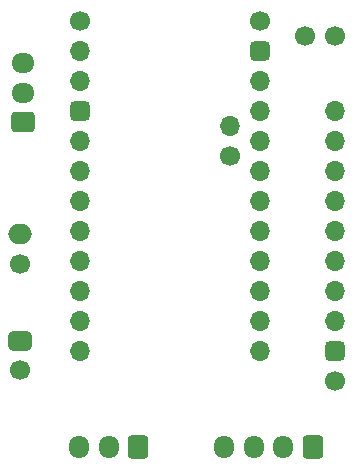
<source format=gbr>
%TF.GenerationSoftware,KiCad,Pcbnew,8.0.8*%
%TF.CreationDate,2025-02-07T23:38:38-07:00*%
%TF.ProjectId,Nitrox_Board,4e697472-6f78-45f4-926f-6172642e6b69,rev?*%
%TF.SameCoordinates,Original*%
%TF.FileFunction,Soldermask,Top*%
%TF.FilePolarity,Negative*%
%FSLAX46Y46*%
G04 Gerber Fmt 4.6, Leading zero omitted, Abs format (unit mm)*
G04 Created by KiCad (PCBNEW 8.0.8) date 2025-02-07 23:38:38*
%MOMM*%
%LPD*%
G01*
G04 APERTURE LIST*
G04 Aperture macros list*
%AMRoundRect*
0 Rectangle with rounded corners*
0 $1 Rounding radius*
0 $2 $3 $4 $5 $6 $7 $8 $9 X,Y pos of 4 corners*
0 Add a 4 corners polygon primitive as box body*
4,1,4,$2,$3,$4,$5,$6,$7,$8,$9,$2,$3,0*
0 Add four circle primitives for the rounded corners*
1,1,$1+$1,$2,$3*
1,1,$1+$1,$4,$5*
1,1,$1+$1,$6,$7*
1,1,$1+$1,$8,$9*
0 Add four rect primitives between the rounded corners*
20,1,$1+$1,$2,$3,$4,$5,0*
20,1,$1+$1,$4,$5,$6,$7,0*
20,1,$1+$1,$6,$7,$8,$9,0*
20,1,$1+$1,$8,$9,$2,$3,0*%
G04 Aperture macros list end*
%ADD10RoundRect,0.250000X0.600000X0.725000X-0.600000X0.725000X-0.600000X-0.725000X0.600000X-0.725000X0*%
%ADD11O,1.700000X1.950000*%
%ADD12C,1.700000*%
%ADD13O,1.700000X1.700000*%
%ADD14RoundRect,0.425000X-0.425000X-0.425000X0.425000X-0.425000X0.425000X0.425000X-0.425000X0.425000X0*%
%ADD15O,2.000000X1.700000*%
%ADD16RoundRect,0.425000X0.575000X-0.425000X0.575000X0.425000X-0.575000X0.425000X-0.575000X-0.425000X0*%
%ADD17RoundRect,0.250000X0.725000X-0.600000X0.725000X0.600000X-0.725000X0.600000X-0.725000X-0.600000X0*%
%ADD18O,1.950000X1.700000*%
G04 APERTURE END LIST*
D10*
%TO.C,DISP1*%
X167000000Y-97025000D03*
D11*
X164500000Y-97025000D03*
X162000000Y-97025000D03*
X159500000Y-97025000D03*
%TD*%
D12*
%TO.C,i2c*%
X160020000Y-72390000D03*
D13*
X160020000Y-69850000D03*
%TD*%
D12*
%TO.C,Pro Mini*%
X147320000Y-60960000D03*
D13*
X147320000Y-63500000D03*
X147320000Y-66040000D03*
D14*
X147320000Y-68580000D03*
D13*
X147320000Y-71120000D03*
X147320000Y-73660000D03*
X147320000Y-76200000D03*
X147320000Y-78740000D03*
X147320000Y-81280000D03*
X147320000Y-83820000D03*
X147320000Y-86360000D03*
X147320000Y-88900000D03*
%TD*%
D12*
%TO.C,SWTCH1*%
X142240000Y-81500000D03*
D15*
X142240000Y-79000000D03*
%TD*%
D10*
%TO.C,Button1*%
X152250000Y-97025000D03*
D11*
X149750000Y-97025000D03*
X147250000Y-97025000D03*
%TD*%
D12*
%TO.C,BAT1*%
X142240000Y-90500000D03*
D16*
X142240000Y-88000000D03*
%TD*%
D17*
%TO.C,COSENS*%
X142500000Y-69500000D03*
D18*
X142500000Y-67000000D03*
X142500000Y-64500000D03*
%TD*%
D12*
%TO.C,ProMini2*%
X162560000Y-60960000D03*
D14*
X162560000Y-63500000D03*
D13*
X162560000Y-66040000D03*
X162560000Y-68580000D03*
X162560000Y-71120000D03*
X162560000Y-73660000D03*
X162560000Y-76200000D03*
X162560000Y-78740000D03*
X162560000Y-81280000D03*
X162560000Y-83820000D03*
X162560000Y-86360000D03*
X162560000Y-88900000D03*
%TD*%
D12*
%TO.C,O2 Sensor*%
X168870000Y-62230000D03*
X166370000Y-62230000D03*
%TD*%
%TO.C,ADS1115*%
X168910000Y-91440000D03*
D14*
X168910000Y-88900000D03*
D13*
X168910000Y-86360000D03*
X168910000Y-83820000D03*
X168910000Y-81280000D03*
X168910000Y-78740000D03*
X168910000Y-76200000D03*
X168910000Y-73660000D03*
X168910000Y-71120000D03*
X168910000Y-68580000D03*
%TD*%
M02*

</source>
